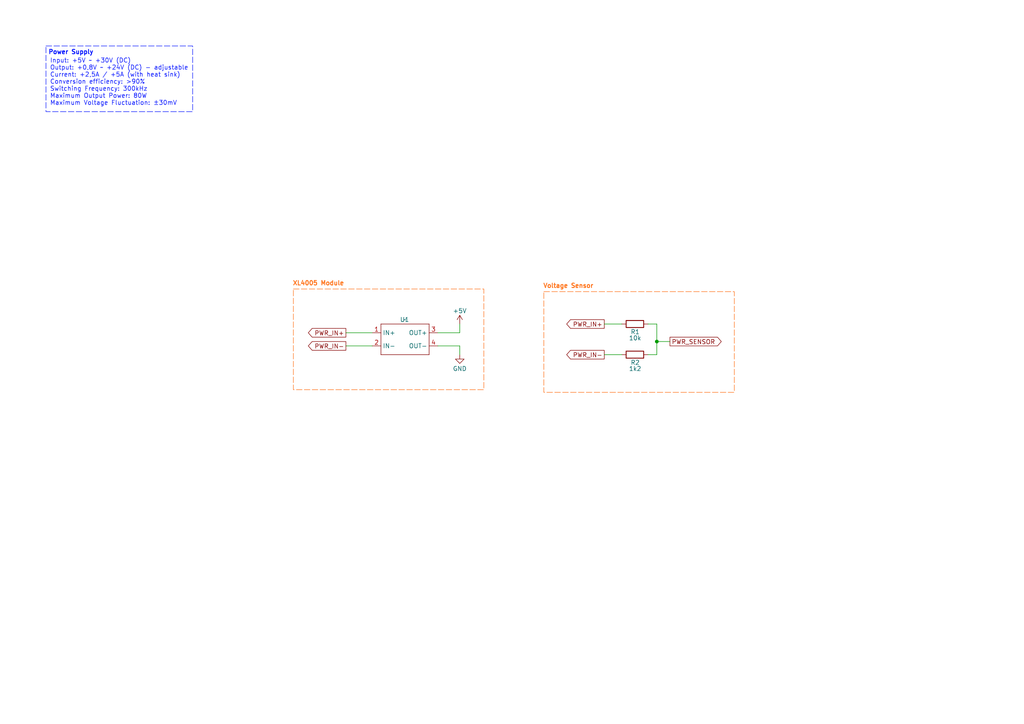
<source format=kicad_sch>
(kicad_sch (version 20231120) (generator "eeschema") (generator_version "8.0")
  (paper "A4")
  (title_block (title "ATL100 (Multiparametric Station) - THT Based") (date "2024-09-06") (rev "v0.1.0-alpha") (company "AgroTechLab (Laboratório de Desenvolvimento de Tecnologias para o Agrongócio)") (comment 1 "IFSC/Lages (Instituto Federal de Santa Catarina)") (comment 2 "Confidential (access prohibited without signing a non-disclosure agreement)") (comment 3 "Author: Robson Costa (robson.costa@ifsc.edu.br)") (comment 4 "Power Supply (Max. Supply Current: ?? mA)"))
  (lib_symbols
    (symbol "AgroTechLab:XL4005_Module"
      (property "Reference" "U" (at 3.048 3.556 0))
      (symbol "XL4005_Module_0_1"
        (rectangle (start 2.54 2.54) (end 2.54 -6.35))
        (rectangle (start 2.54 2.54) (end 16.51 2.54))
        (rectangle (start 16.51 -6.35) (end 2.54 -6.35))
        (rectangle (start 16.51 2.54) (end 16.51 -6.35))
      )
      (symbol "XL4005_Module_1_1"
        (pin power_in line (at 0 0 0) (length 2.54) (name "IN+") (number "1"))
        (pin power_in line (at 0 -3.81 0) (length 2.54) (name "IN-") (number "2"))
        (pin power_out line (at 19.05 0 180) (length 2.54) (name "OUT+") (number "3"))
        (pin power_out line (at 19.05 -3.81 180) (length 2.54) (name "OUT-") (number "4"))
      )
    )
    (symbol "Device:R" (pin_numbers hide) (pin_names (offset 0))
      (property "Reference" "R" (at 2.032 0 90))
      (property "Value" "R" (at 0 0 90))
      (symbol "R_0_1"
        (rectangle (start -1.016 -2.54) (end 1.016 2.54) (stroke (width 0.254)))
      )
      (symbol "R_1_1"
        (pin passive line (at 0 3.81 270) (length 1.27) (name "~") (number "1"))
        (pin passive line (at 0 -3.81 90) (length 1.27) (name "~") (number "2"))
      )
    )
    (symbol "power:+5V" (power) (pin_numbers hide) (pin_names (offset 0) hide)
      (property "Value" "+5V" (at 0 3.556 0))
      (symbol "+5V_0_1"
        (polyline (pts (xy -0.762 1.27) (xy 0 2.54)))
        (polyline (pts (xy 0 0) (xy 0 2.54)))
        (polyline (pts (xy 0 2.54) (xy 0.762 1.27)))
      )
      (symbol "+5V_1_1"
        (pin power_in line (at 0 0 90) (length 0) (name "~") (number "1"))
      )
    )
    (symbol "power:GND" (power) (pin_numbers hide) (pin_names (offset 0) hide)
      (property "Value" "GND" (at 0 -3.81 0))
      (symbol "GND_0_1"
        (polyline (pts (xy 0 0) (xy 0 -1.27) (xy 1.27 -1.27) (xy 0 -2.54) (xy -1.27 -1.27) (xy 0 -1.27)))
      )
      (symbol "GND_1_1"
        (pin power_in line (at 0 0 270) (length 0) (name "~") (number "1"))
      )
    )
  )
  (junction (at 190.5 99.06))
  (wire (pts (xy 127 96.52) (xy 133.35 96.52)))
  (wire (pts (xy 187.96 102.87) (xy 190.5 102.87)))
  (wire (pts (xy 100.33 100.33) (xy 107.95 100.33)))
  (wire (pts (xy 175.26 93.98) (xy 180.34 93.98)))
  (wire (pts (xy 190.5 99.06) (xy 190.5 93.98)))
  (wire (pts (xy 127 100.33) (xy 133.35 100.33)))
  (wire (pts (xy 100.33 96.52) (xy 107.95 96.52)))
  (wire (pts (xy 175.26 102.87) (xy 180.34 102.87)))
  (wire (pts (xy 190.5 102.87) (xy 190.5 99.06)))
  (wire (pts (xy 190.5 93.98) (xy 187.96 93.98)))
  (wire (pts (xy 133.35 96.52) (xy 133.35 93.98)))
  (wire (pts (xy 194.31 99.06) (xy 190.5 99.06)))
  (wire (pts (xy 133.35 100.33) (xy 133.35 102.87)))
  (rectangle (start 157.734 84.582) (end 212.979 113.792) (stroke (width 0) (type dash) (color 255 114 26 1)))
  (rectangle (start 85.09 83.82) (end 140.335 113.03) (stroke (width 0) (type dash) (color 255 114 26 1)))
  (rectangle (start 13.335 13.335) (end 55.88 32.385) (stroke (width 0) (type dash) (color 9 23 255 1)))
  (text "Voltage Sensor" (at 157.48 83.82 0) (effects (font (size 1.27 1.27) (thickness 0.254) (bold yes)) (justify left bottom)))
  (text "XL4005 Module" (at 84.836 83.058 0) (effects (font (size 1.27 1.27) (thickness 0.254) (bold yes)) (justify left bottom)))
  (text "Input: +5V ~ +30V (DC)\nOutput: +0,8V ~ +24V (DC) - adjustable\nCurrent: +2,5A / +5A (with heat sink)\nConversion efficiency: >90%\nSwitching Frequency: 300kHz\nMaximum Output Power: 80W\nMaximum Voltage Fluctuation: ±30mV" (at 14.478 30.734 0) (effects (font (size 1.27 1.27)) (justify left bottom)))
  (text "Power Supply" (at 13.97 16.002 0) (effects (font (size 1.27 1.27) (thickness 0.254) (bold yes)) (justify left bottom)))
  (global_label "PWR_IN+" (shape output) (at 175.26 93.98 180) (property "Intersheetrefs" "${INTERSHEET_REFS}" (effects (hide yes))))
  (global_label "PWR_IN+" (shape output) (at 100.33 96.52 180) (property "Intersheetrefs" "${INTERSHEET_REFS}" (effects (hide yes))))
  (global_label "PWR_IN-" (shape output) (at 175.26 102.87 180) (property "Intersheetrefs" "${INTERSHEET_REFS}" (effects (hide yes))))
  (global_label "PWR_IN-" (shape output) (at 100.33 100.33 180) (property "Intersheetrefs" "${INTERSHEET_REFS}" (effects (hide yes))))
  (global_label "PWR_SENSOR" (shape output) (at 194.31 99.06 0) (property "Intersheetrefs" "${INTERSHEET_REFS}" (effects (hide yes))))
  (symbol (lib_id "power:+5V") (at 133.35 93.98 0) (unit 1)
    (property "Reference" "#PWR06" (effects (hide yes)))
    (property "Value" "+5V" (at 133.35 90.17 0))
    (property "Description" "Power symbol creates a global label with name \"+5V\"" (effects (hide yes)))
  )
  (symbol (lib_id "AgroTechLab:XL4005_Module") (at 107.95 96.52 0) (unit 1)
    (property "Reference" "U1" (at 117.348 92.71 0))
    (property "Value" "~" (at 117.475 92.71 0))
    (property "Footprint" "AgroTechLab:XL4005_Module" (effects (hide yes)))
    (property "Description" "Module: XL4005 - Step Down - Voltage Regulator" (effects (hide yes)))
  )
  (symbol (lib_id "power:GND") (at 133.35 102.87 0) (unit 1)
    (property "Reference" "#PWR07" (effects (hide yes)))
    (property "Value" "GND" (at 133.35 106.934 0))
    (property "Description" "Power symbol creates a global label with name \"GND\" , ground" (effects (hide yes)))
  )
  (symbol (lib_id "Device:R") (at 184.15 93.98 270) (unit 1)
    (property "Reference" "R1" (at 182.88 96.266 90) (effects (justify left)))
    (property "Value" "10k" (at 182.372 98.044 90) (effects (justify left)))
    (property "Description" "Resistor" (effects (hide yes)))
  )
  (symbol (lib_id "Device:R") (at 184.15 102.87 270) (unit 1)
    (property "Reference" "R2" (at 182.88 105.156 90) (effects (justify left)))
    (property "Value" "1k2" (at 182.372 106.934 90) (effects (justify left)))
    (property "Description" "Resistor" (effects (hide yes)))
  )
)
</source>
